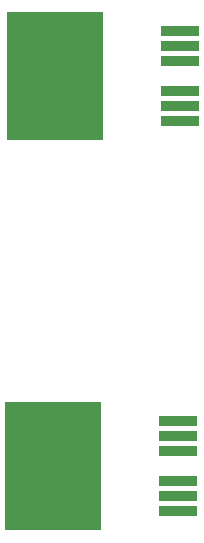
<source format=gbp>
G04 #@! TF.GenerationSoftware,KiCad,Pcbnew,6.0.4-6f826c9f35~116~ubuntu18.04.1*
G04 #@! TF.CreationDate,2022-05-23T11:49:55+08:00*
G04 #@! TF.ProjectId,Power_connector,506f7765-725f-4636-9f6e-6e6563746f72,rev?*
G04 #@! TF.SameCoordinates,Original*
G04 #@! TF.FileFunction,Paste,Bot*
G04 #@! TF.FilePolarity,Positive*
%FSLAX46Y46*%
G04 Gerber Fmt 4.6, Leading zero omitted, Abs format (unit mm)*
G04 Created by KiCad (PCBNEW 6.0.4-6f826c9f35~116~ubuntu18.04.1) date 2022-05-23 11:49:55*
%MOMM*%
%LPD*%
G01*
G04 APERTURE LIST*
%ADD10R,8.150860X10.800080*%
%ADD11R,3.200400X0.899160*%
G04 APERTURE END LIST*
D10*
X89095580Y-78740000D03*
D11*
X99697540Y-74930000D03*
X99697540Y-80010000D03*
X99697540Y-81280000D03*
X99697540Y-82550000D03*
X99697540Y-76200000D03*
X99697540Y-77470000D03*
D10*
X88907620Y-111760000D03*
D11*
X99509580Y-107950000D03*
X99509580Y-115570000D03*
X99509580Y-113030000D03*
X99509580Y-109220000D03*
X99509580Y-110490000D03*
X99509580Y-114300000D03*
M02*

</source>
